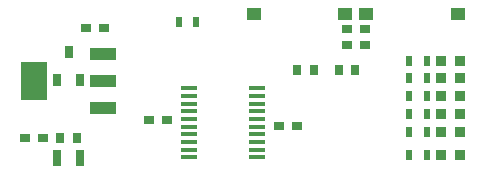
<source format=gtp>
%FSLAX46Y46*%
%MOMM*%
%AMPS21*
21,1,0.600000,0.900000,0.000000,0.000000,0.000000*
%
%ADD21PS21*%
%AMPS19*
21,1,0.600000,0.900000,0.000000,0.000000,90.000000*
%
%ADD19PS19*%
%AMPS11*
21,1,2.150000,3.250000,0.000000,0.000000,180.000000*
%
%ADD11PS11*%
%AMPS15*
21,1,0.800000,0.800000,0.000000,0.000000,180.000000*
%
%ADD15PS15*%
%AMPS12*
21,1,2.150000,0.950000,0.000000,0.000000,180.000000*
%
%ADD12PS12*%
%AMPS26*
21,1,0.400000,1.350000,0.000000,0.000000,90.000000*
%
%ADD26PS26*%
%AMPS25*
21,1,0.400000,1.350000,0.000000,0.000000,270.000000*
%
%ADD25PS25*%
%AMPS23*
21,1,1.250000,1.000000,0.000000,0.000000,0.000000*
%
%ADD23PS23*%
%AMPS24*
21,1,1.250000,1.000000,0.000000,0.000000,180.000000*
%
%ADD24PS24*%
%AMPS16*
21,1,0.800000,0.750000,0.000000,0.000000,0.000000*
%
%ADD16PS16*%
%AMPS13*
21,1,0.800000,0.750000,0.000000,0.000000,180.000000*
%
%ADD13PS13*%
%AMPS18*
21,1,0.700000,1.000000,0.000000,0.000000,180.000000*
%
%ADD18PS18*%
%AMPS14*
21,1,0.700000,1.300000,0.000000,0.000000,0.000000*
%
%ADD14PS14*%
%AMPS10*
21,1,0.500000,0.900000,0.000000,0.000000,0.000000*
%
%ADD10PS10*%
%AMPS17*
21,1,0.500000,0.900000,0.000000,0.000000,180.000000*
%
%ADD17PS17*%
%AMPS22*
21,1,0.600000,0.900000,0.000000,0.000000,180.000000*
%
%ADD22PS22*%
%AMPS20*
21,1,0.600000,0.900000,0.000000,0.000000,270.000000*
%
%ADD20PS20*%
G01*
G01*
%LPD*%
G75*
D10*
X12500000Y5750000D03*
D10*
X14000000Y5750000D03*
D11*
X-19202909Y10054185D03*
D12*
X-13402909Y7754185D03*
D12*
X-13402909Y12354185D03*
D12*
X-13402909Y10054185D03*
D13*
X1500000Y6250000D03*
D13*
X3000000Y6250000D03*
D10*
X12500000Y8750000D03*
D10*
X14000000Y8750000D03*
D10*
X12500000Y7250000D03*
D10*
X14000000Y7250000D03*
D13*
X-20000000Y5250000D03*
D13*
X-18500000Y5250000D03*
D13*
X-9500000Y6750000D03*
D13*
X-8000000Y6750000D03*
D14*
X-17252909Y3500000D03*
D14*
X-15352909Y3500000D03*
D15*
X16800000Y11750000D03*
D15*
X15200000Y11750000D03*
D15*
X16800000Y7250000D03*
D15*
X15200000Y7250000D03*
D16*
X-13302909Y14554185D03*
D16*
X-14802909Y14554185D03*
D17*
X-5500000Y15000000D03*
D17*
X-7000000Y15000000D03*
D18*
X-16302909Y12504185D03*
D18*
X-17252909Y10104185D03*
D18*
X-15352909Y10104185D03*
D15*
X16800000Y3750000D03*
D15*
X15200000Y3750000D03*
D15*
X16800000Y8750000D03*
D15*
X15200000Y8750000D03*
D19*
X7250000Y13050000D03*
D20*
X7250000Y14450000D03*
D10*
X12500000Y11750000D03*
D10*
X14000000Y11750000D03*
D15*
X16800000Y5750000D03*
D15*
X15200000Y5750000D03*
D15*
X16800000Y10250000D03*
D15*
X15200000Y10250000D03*
D21*
X6550000Y11000000D03*
D22*
X7950000Y11000000D03*
D23*
X16625000Y15750000D03*
D23*
X8875000Y15750000D03*
D21*
X3050000Y11000000D03*
D22*
X4450000Y11000000D03*
D24*
X-625000Y15750000D03*
D24*
X7125000Y15750000D03*
D25*
X-6125000Y8125000D03*
D25*
X-6125000Y7475000D03*
D26*
X-375000Y8775000D03*
D26*
X-375000Y6175000D03*
D26*
X-375000Y5525000D03*
D25*
X-6125000Y4225000D03*
D25*
X-6125000Y9425000D03*
D26*
X-375000Y9425000D03*
D25*
X-6125000Y4875000D03*
D25*
X-6125000Y3575000D03*
D25*
X-6125000Y5525000D03*
D26*
X-375000Y8125000D03*
D25*
X-6125000Y6175000D03*
D26*
X-375000Y4225000D03*
D26*
X-375000Y7475000D03*
D26*
X-375000Y3575000D03*
D25*
X-6125000Y6825000D03*
D26*
X-375000Y4875000D03*
D26*
X-375000Y6825000D03*
D25*
X-6125000Y8775000D03*
D10*
X12500000Y10250000D03*
D10*
X14000000Y10250000D03*
D10*
X12500000Y3750000D03*
D10*
X14000000Y3750000D03*
D21*
X-17002909Y5250000D03*
D22*
X-15602909Y5250000D03*
D19*
X8750000Y13050000D03*
D20*
X8750000Y14450000D03*
M02*

</source>
